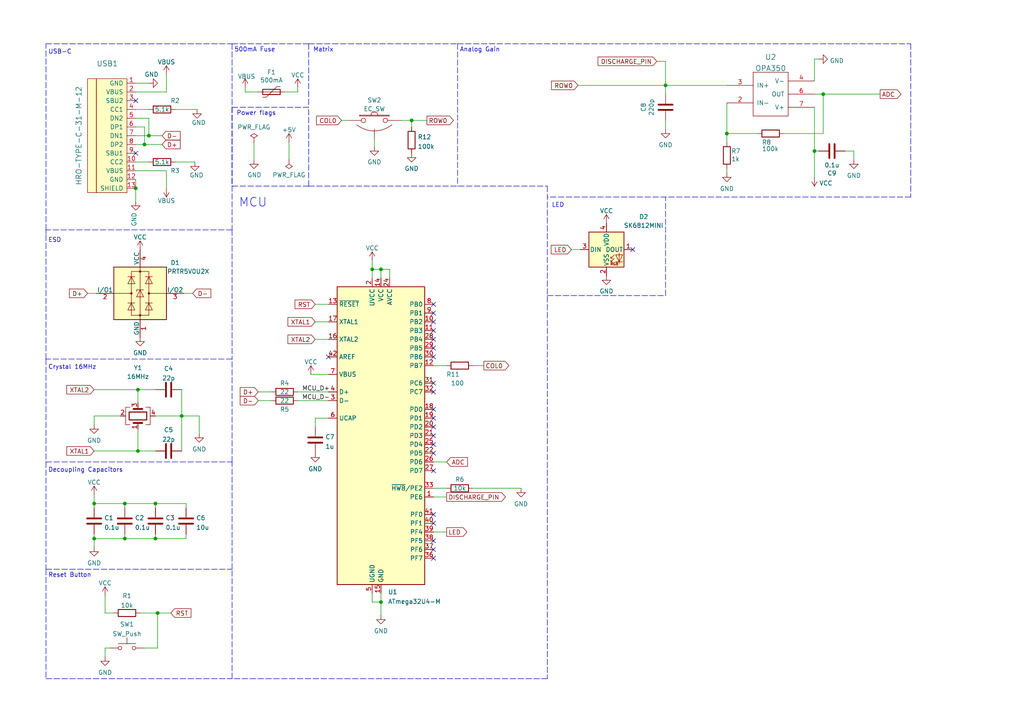
<source format=kicad_sch>
(kicad_sch (version 20211123) (generator eeschema)
  (paper "A4")
  (title_block (title "is0Topre") (date "2022-06-02") (rev "1") (company "Cipulot") (comment 2 "PCB by Cipulot"))
  (lib_symbols
    (symbol "Device:C" (pin_numbers hide) (pin_names (offset 0.254))
      (property "Reference" "C" (at 0.635 2.54 0))
      (property "Value" "C" (at 0.635 -2.54 0))
      (symbol "C_0_1"
        (polyline (pts (xy -2.032 -0.762) (xy 2.032 -0.762)) (stroke (width 0.508)))
        (polyline (pts (xy -2.032 0.762) (xy 2.032 0.762)) (stroke (width 0.508)))
      )
      (symbol "C_1_1"
        (pin passive line (at 0 3.81 270) (length 2.794) (name "~") (number "1"))
        (pin passive line (at 0 -3.81 90) (length 2.794) (name "~") (number "2"))
      )
    )
    (symbol "Device:Crystal_GND24" (pin_names (offset 1.016) hide)
      (property "Reference" "Y" (at 3.175 5.08 0))
      (property "Value" "Crystal_GND24" (at 3.175 3.175 0))
      (symbol "Crystal_GND24_0_1"
        (rectangle (start -1.143 2.54) (end 1.143 -2.54) (stroke (width 0.3048)))
        (polyline (pts (xy -2.54 0) (xy -2.032 0)))
        (polyline (pts (xy -2.032 -1.27) (xy -2.032 1.27)) (stroke (width 0.508)))
        (polyline (pts (xy 0 -3.81) (xy 0 -3.556)))
        (polyline (pts (xy 0 3.556) (xy 0 3.81)))
        (polyline (pts (xy 2.032 -1.27) (xy 2.032 1.27)) (stroke (width 0.508)))
        (polyline (pts (xy 2.032 0) (xy 2.54 0)))
        (polyline (pts (xy -2.54 -2.286) (xy -2.54 -3.556) (xy 2.54 -3.556) (xy 2.54 -2.286)))
        (polyline (pts (xy -2.54 2.286) (xy -2.54 3.556) (xy 2.54 3.556) (xy 2.54 2.286)))
      )
      (symbol "Crystal_GND24_1_1"
        (pin passive line (at -3.81 0 0) (length 1.27) (name "1") (number "1"))
        (pin passive line (at 0 5.08 270) (length 1.27) (name "2") (number "2"))
        (pin passive line (at 3.81 0 180) (length 1.27) (name "3") (number "3"))
        (pin passive line (at 0 -5.08 90) (length 1.27) (name "4") (number "4"))
      )
    )
    (symbol "Device:Polyfuse" (pin_numbers hide) (pin_names (offset 0))
      (property "Reference" "F" (at -2.54 0 90))
      (property "Value" "Device_Polyfuse" (at 2.54 0 90))
      (symbol "Polyfuse_0_1"
        (rectangle (start -0.762 2.54) (end 0.762 -2.54) (stroke (width 0.254)))
        (polyline (pts (xy 0 2.54) (xy 0 -2.54)))
        (polyline (pts (xy -1.524 2.54) (xy -1.524 1.524) (xy 1.524 -1.524) (xy 1.524 -2.54)))
      )
      (symbol "Polyfuse_1_1"
        (pin passive line (at 0 3.81 270) (length 1.27) (name "~") (number "1"))
        (pin passive line (at 0 -3.81 90) (length 1.27) (name "~") (number "2"))
      )
    )
    (symbol "Device:R" (pin_numbers hide) (pin_names (offset 0))
      (property "Reference" "R" (at 2.032 0 90))
      (property "Value" "R" (at 0 0 90))
      (symbol "R_0_1"
        (rectangle (start -1.016 -2.54) (end 1.016 2.54) (stroke (width 0.254)))
      )
      (symbol "R_1_1"
        (pin passive line (at 0 3.81 270) (length 1.27) (name "~") (number "1"))
        (pin passive line (at 0 -3.81 90) (length 1.27) (name "~") (number "2"))
      )
    )
    (symbol "MCU_Microchip_ATmega:ATmega32U4-M"
      (property "Reference" "U" (at -12.7 44.45 0))
      (property "Value" "ATmega32U4-M" (at 2.54 -44.45 0))
      (symbol "ATmega32U4-M_0_1"
        (rectangle (start -12.7 -43.18) (end 12.7 43.18) (stroke (width 0.254)) (fill (type background)))
      )
      (symbol "ATmega32U4-M_1_1"
        (pin bidirectional line (at 15.24 -17.78 180) (length 2.54) (name "PE6") (number "1"))
        (pin bidirectional line (at 15.24 33.02 180) (length 2.54) (name "PB2") (number "10"))
        (pin bidirectional line (at 15.24 30.48 180) (length 2.54) (name "PB3") (number "11"))
        (pin bidirectional line (at 15.24 20.32 180) (length 2.54) (name "PB7") (number "12"))
        (pin input line (at -15.24 38.1 0) (length 2.54) (name "~{RESET}") (number "13"))
        (pin power_in line (at 0 45.72 270) (length 2.54) (name "VCC") (number "14"))
        (pin power_in line (at 0 -45.72 90) (length 2.54) (name "GND") (number "15"))
        (pin output line (at -15.24 27.94 0) (length 2.54) (name "XTAL2") (number "16"))
        (pin input line (at -15.24 33.02 0) (length 2.54) (name "XTAL1") (number "17"))
        (pin bidirectional line (at 15.24 7.62 180) (length 2.54) (name "PD0") (number "18"))
        (pin bidirectional line (at 15.24 5.08 180) (length 2.54) (name "PD1") (number "19"))
        (pin power_in line (at -2.54 45.72 270) (length 2.54) (name "UVCC") (number "2"))
        (pin bidirectional line (at 15.24 2.54 180) (length 2.54) (name "PD2") (number "20"))
        (pin bidirectional line (at 15.24 0 180) (length 2.54) (name "PD3") (number "21"))
        (pin bidirectional line (at 15.24 -5.08 180) (length 2.54) (name "PD5") (number "22"))
        (pin passive line (at 0 -45.72 90) (length 2.54) hide (name "GND") (number "23"))
        (pin power_in line (at 2.54 45.72 270) (length 2.54) (name "AVCC") (number "24"))
        (pin bidirectional line (at 15.24 -2.54 180) (length 2.54) (name "PD4") (number "25"))
        (pin bidirectional line (at 15.24 -7.62 180) (length 2.54) (name "PD6") (number "26"))
        (pin bidirectional line (at 15.24 -10.16 180) (length 2.54) (name "PD7") (number "27"))
        (pin bidirectional line (at 15.24 27.94 180) (length 2.54) (name "PB4") (number "28"))
        (pin bidirectional line (at 15.24 25.4 180) (length 2.54) (name "PB5") (number "29"))
        (pin bidirectional line (at -15.24 10.16 0) (length 2.54) (name "D-") (number "3"))
        (pin bidirectional line (at 15.24 22.86 180) (length 2.54) (name "PB6") (number "30"))
        (pin bidirectional line (at 15.24 15.24 180) (length 2.54) (name "PC6") (number "31"))
        (pin bidirectional line (at 15.24 12.7 180) (length 2.54) (name "PC7") (number "32"))
        (pin bidirectional line (at 15.24 -15.24 180) (length 2.54) (name "~{HWB}/PE2") (number "33"))
        (pin passive line (at 0 45.72 270) (length 2.54) hide (name "VCC") (number "34"))
        (pin passive line (at 0 -45.72 90) (length 2.54) hide (name "GND") (number "35"))
        (pin bidirectional line (at 15.24 -35.56 180) (length 2.54) (name "PF7") (number "36"))
        (pin bidirectional line (at 15.24 -33.02 180) (length 2.54) (name "PF6") (number "37"))
        (pin bidirectional line (at 15.24 -30.48 180) (length 2.54) (name "PF5") (number "38"))
        (pin bidirectional line (at 15.24 -27.94 180) (length 2.54) (name "PF4") (number "39"))
        (pin bidirectional line (at -15.24 12.7 0) (length 2.54) (name "D+") (number "4"))
        (pin bidirectional line (at 15.24 -25.4 180) (length 2.54) (name "PF1") (number "40"))
        (pin bidirectional line (at 15.24 -22.86 180) (length 2.54) (name "PF0") (number "41"))
        (pin passive line (at -15.24 22.86 0) (length 2.54) (name "AREF") (number "42"))
        (pin passive line (at 0 -45.72 90) (length 2.54) hide (name "GND") (number "43"))
        (pin passive line (at 2.54 45.72 270) (length 2.54) hide (name "AVCC") (number "44"))
        (pin passive line (at 0 -45.72 90) (length 2.54) hide (name "GND") (number "45"))
        (pin passive line (at -2.54 -45.72 90) (length 2.54) (name "UGND") (number "5"))
        (pin passive line (at -15.24 5.08 0) (length 2.54) (name "UCAP") (number "6"))
        (pin input line (at -15.24 17.78 0) (length 2.54) (name "VBUS") (number "7"))
        (pin bidirectional line (at 15.24 38.1 180) (length 2.54) (name "PB0") (number "8"))
        (pin bidirectional line (at 15.24 35.56 180) (length 2.54) (name "PB1") (number "9"))
      )
    )
    (symbol "Power_Protection:PRTR5V0U2X" (pin_names (offset 0))
      (property "Reference" "D" (at 2.794 8.636 0))
      (property "Value" "PRTR5V0U2X" (at 8.128 -9.398 0))
      (symbol "PRTR5V0U2X_0_1"
        (rectangle (start -7.62 -7.62) (end 7.62 7.62) (stroke (width 0.254)) (fill (type background)))
        (circle (center -2.54 0) (radius 0.254) (fill (type outline)))
        (rectangle (start -2.54 6.35) (end 2.54 -6.35))
        (circle (center 0 -6.35) (radius 0.254) (fill (type outline)))
        (polyline (pts (xy -2.54 0) (xy -7.62 0)))
        (polyline (pts (xy -1.524 -2.794) (xy -3.556 -2.794)))
        (polyline (pts (xy -1.524 4.826) (xy -3.556 4.826)))
        (polyline (pts (xy 0 -7.62) (xy 0 7.62)))
        (polyline (pts (xy 1.524 -2.794) (xy 3.556 -2.794)))
        (polyline (pts (xy 1.524 4.826) (xy 3.556 4.826)))
        (polyline (pts (xy 2.54 0) (xy 7.62 0)))
        (polyline (pts (xy 1.016 1.016) (xy -1.016 1.016) (xy -1.016 0.508)))
        (polyline (pts (xy -3.556 -4.826) (xy -1.524 -4.826) (xy -2.54 -2.794) (xy -3.556 -4.826)))
        (polyline (pts (xy -3.556 2.794) (xy -1.524 2.794) (xy -2.54 4.826) (xy -3.556 2.794)))
        (polyline (pts (xy -1.016 -1.016) (xy 1.016 -1.016) (xy 0 1.016) (xy -1.016 -1.016)))
        (polyline (pts (xy 3.556 -4.826) (xy 1.524 -4.826) (xy 2.54 -2.794) (xy 3.556 -4.826)))
        (polyline (pts (xy 3.556 2.794) (xy 1.524 2.794) (xy 2.54 4.826) (xy 3.556 2.794)))
        (circle (center 0 6.35) (radius 0.254) (fill (type outline)))
        (circle (center 2.54 0) (radius 0.254) (fill (type outline)))
      )
      (symbol "PRTR5V0U2X_1_1"
        (pin passive line (at 0 -12.7 90) (length 5.08) (name "GND") (number "1"))
        (pin passive line (at -12.7 0 0) (length 5.08) (name "I/O1") (number "2"))
        (pin passive line (at 12.7 0 180) (length 5.08) (name "I/O2") (number "3"))
        (pin passive line (at 0 12.7 270) (length 5.08) (name "VCC") (number "4"))
      )
    )
    (symbol "Switch:SW_Push" (pin_numbers hide) (pin_names (offset 1.016) hide)
      (property "Reference" "SW" (at 1.27 2.54 0))
      (property "Value" "SW_Push" (at 0 -1.524 0))
      (symbol "SW_Push_0_1"
        (circle (center -2.032 0) (radius 0.508))
        (polyline (pts (xy 0 1.27) (xy 0 3.048)))
        (polyline (pts (xy 2.54 1.27) (xy -2.54 1.27)))
        (circle (center 2.032 0) (radius 0.508))
        (pin passive line (at -5.08 0 0) (length 2.54) (name "1") (number "1"))
        (pin passive line (at 5.08 0 180) (length 2.54) (name "2") (number "2"))
      )
    )
    (symbol "burrbrown:OPA350" (pin_names (offset 1.016))
      (property "Reference" "U" (at 8.89 -7.62 0))
      (property "Value" "OPA350" (at 5.08 7.62 0))
      (symbol "OPA350_0_1"
        (rectangle (start 0 -6.35) (end 10.16 6.35))
        (pin input line (at -7.62 2.54 0) (length 7.62) (name "IN-") (number "2"))
        (pin input line (at -7.62 -2.54 0) (length 7.62) (name "IN+") (number "3"))
        (pin input line (at 17.78 -3.81 180) (length 7.62) (name "V-") (number "4"))
        (pin input line (at 17.78 0 180) (length 7.62) (name "OUT") (number "6"))
        (pin input line (at 17.78 3.81 180) (length 7.62) (name "V+") (number "7"))
      )
    )
    (symbol "cipulot_parts:EC_SW" (pin_numbers hide) (pin_names (offset 1.016) hide)
      (property "Reference" "SW" (at 3.81 2.794 0))
      (property "Value" "EC_SW" (at -3.81 3.81 0))
      (symbol "EC_SW_0_1"
        (arc (start -5.08 -1.27) (mid 0 -3.052) (end 5.08 -1.27))
        (rectangle (start -4.318 1.27) (end 4.318 1.524))
        (polyline (pts (xy -1.016 1.524) (xy -0.762 2.286) (xy 0.762 2.286) (xy 1.016 1.524)))
        (pin passive inverted (at -7.62 0 0) (length 5.08) (name "1") (number "1"))
        (pin passive inverted (at 7.62 0 180) (length 5.08) (name "2") (number "2"))
      )
      (symbol "EC_SW_1_1"
        (pin input line (at 0 -5.08 90) (length 2.54) (name "SG") (number "3"))
      )
    )
    (symbol "cipulot_parts:HRO-TYPE-C-31-M-12" (pin_names (offset 1.016))
      (property "Reference" "USB" (at -5.08 16.51 0))
      (property "Value" "HRO-TYPE-C-31-M-12" (at -10.16 -1.27 90))
      (symbol "HRO-TYPE-C-31-M-12_0_1"
        (rectangle (start -11.43 15.24) (end -8.89 -17.78) (fill (type background)))
        (rectangle (start 0 -17.78) (end -8.89 15.24) (fill (type background)))
      )
      (symbol "HRO-TYPE-C-31-M-12_1_1"
        (pin input line (at 2.54 13.97 180) (length 2.54) (name "GND") (number "1"))
        (pin input line (at 2.54 -8.89 180) (length 2.54) (name "CC2") (number "10"))
        (pin input line (at 2.54 -11.43 180) (length 2.54) (name "VBUS") (number "11"))
        (pin input line (at 2.54 -13.97 180) (length 2.54) (name "GND") (number "12"))
        (pin input line (at 2.54 -16.51 180) (length 2.54) (name "SHIELD") (number "13"))
        (pin input line (at 2.54 11.43 180) (length 2.54) (name "VBUS") (number "2"))
        (pin input line (at 2.54 8.89 180) (length 2.54) (name "SBU2") (number "3"))
        (pin input line (at 2.54 6.35 180) (length 2.54) (name "CC1") (number "4"))
        (pin input line (at 2.54 3.81 180) (length 2.54) (name "DN2") (number "5"))
        (pin input line (at 2.54 1.27 180) (length 2.54) (name "DP1") (number "6"))
        (pin input line (at 2.54 -1.27 180) (length 2.54) (name "DN1") (number "7"))
        (pin input line (at 2.54 -3.81 180) (length 2.54) (name "DP2") (number "8"))
        (pin input line (at 2.54 -6.35 180) (length 2.54) (name "SBU1") (number "9"))
      )
    )
    (symbol "cipulot_parts:SK6812MINI" (pin_names (offset 0.254))
      (property "Reference" "D" (at 5.08 5.715 0))
      (property "Value" "SK6812MINI" (at 1.27 -5.715 0))
      (symbol "SK6812MINI_0_0"
        (text "RGB" (at 2.286 -4.191 0) (effects (font (size 0.762 0.762))))
      )
      (symbol "SK6812MINI_0_1"
        (polyline (pts (xy 1.27 -3.556) (xy 1.778 -3.556)))
        (polyline (pts (xy 1.27 -2.54) (xy 1.778 -2.54)))
        (polyline (pts (xy 4.699 -3.556) (xy 2.667 -3.556)))
        (polyline (pts (xy 2.286 -2.54) (xy 1.27 -3.556) (xy 1.27 -3.048)))
        (polyline (pts (xy 2.286 -1.524) (xy 1.27 -2.54) (xy 1.27 -2.032)))
        (polyline (pts (xy 3.683 -1.016) (xy 3.683 -3.556) (xy 3.683 -4.064)))
        (polyline (pts (xy 4.699 -1.524) (xy 2.667 -1.524) (xy 3.683 -3.556) (xy 4.699 -1.524)))
        (rectangle (start 5.08 5.08) (end -5.08 -5.08) (stroke (width 0.254)) (fill (type background)))
      )
      (symbol "SK6812MINI_1_1"
        (pin output line (at 7.62 0 180) (length 2.54) (name "DOUT") (number "1"))
        (pin power_in line (at 0 -7.62 90) (length 2.54) (name "VSS") (number "2"))
        (pin input line (at -7.62 0 0) (length 2.54) (name "DIN") (number "3"))
        (pin power_in line (at 0 7.62 270) (length 2.54) (name "VDD") (number "4"))
      )
    )
    (symbol "power:+5V" (power) (pin_names (offset 0))
      (property "Value" "+5V" (at 0 3.556 0))
      (symbol "+5V_0_1"
        (polyline (pts (xy -0.762 1.27) (xy 0 2.54)))
        (polyline (pts (xy 0 0) (xy 0 2.54)))
        (polyline (pts (xy 0 2.54) (xy 0.762 1.27)))
      )
      (symbol "+5V_1_1"
        (pin power_in line (at 0 0 90) (length 0) hide (name "+5V") (number "1"))
      )
    )
    (symbol "power:GND" (power) (pin_names (offset 0))
      (property "Value" "GND" (at 0 -3.81 0))
      (symbol "GND_0_1"
        (polyline (pts (xy 0 0) (xy 0 -1.27) (xy 1.27 -1.27) (xy 0 -2.54) (xy -1.27 -1.27) (xy 0 -1.27)))
      )
      (symbol "GND_1_1"
        (pin power_in line (at 0 0 270) (length 0) hide (name "GND") (number "1"))
      )
    )
    (symbol "power:PWR_FLAG" (power) (pin_numbers hide) (pin_names (offset 0) hide)
      (property "Value" "PWR_FLAG" (at 0 3.81 0))
      (symbol "PWR_FLAG_0_0"
        (pin power_out line (at 0 0 90) (length 0) (name "pwr") (number "1"))
      )
      (symbol "PWR_FLAG_0_1"
        (polyline (pts (xy 0 0) (xy 0 1.27) (xy -1.016 1.905) (xy 0 2.54) (xy 1.016 1.905) (xy 0 1.27)))
      )
    )
    (symbol "power:VBUS" (power) (pin_names (offset 0))
      (property "Value" "VBUS" (at 0 3.81 0))
      (symbol "VBUS_0_1"
        (polyline (pts (xy -0.762 1.27) (xy 0 2.54)))
        (polyline (pts (xy 0 0) (xy 0 2.54)))
        (polyline (pts (xy 0 2.54) (xy 0.762 1.27)))
      )
      (symbol "VBUS_1_1"
        (pin power_in line (at 0 0 90) (length 0) hide (name "VBUS") (number "1"))
      )
    )
    (symbol "power:VCC" (power) (pin_names (offset 0))
      (property "Value" "VCC" (at 0 3.81 0))
      (symbol "VCC_0_1"
        (polyline (pts (xy -0.762 1.27) (xy 0 2.54)))
        (polyline (pts (xy 0 0) (xy 0 2.54)))
        (polyline (pts (xy 0 2.54) (xy 0.762 1.27)))
      )
      (symbol "VCC_1_1"
        (pin power_in line (at 0 0 90) (length 0) hide (name "VCC") (number "1"))
      )
    )
  )
  (junction (at 41.91 41.91))
  (junction (at 36.195 156.21))
  (junction (at 40.005 130.81))
  (junction (at 52.705 120.65))
  (junction (at 45.72 177.8))
  (junction (at 210.82 38.735))
  (junction (at 119.38 34.925))
  (junction (at 39.37 54.61))
  (junction (at 193.04 24.765))
  (junction (at 27.305 146.05))
  (junction (at 107.95 78.105))
  (junction (at 45.085 156.21))
  (junction (at 27.305 156.21))
  (junction (at 238.76 27.305))
  (junction (at 40.005 113.03))
  (junction (at 110.49 78.105))
  (junction (at 110.49 174.625))
  (junction (at 236.22 43.815))
  (junction (at 45.085 146.05))
  (junction (at 43.18 39.37))
  (junction (at 36.195 146.05))
  (no_connect (at 39.37 44.45))
  (no_connect (at 39.37 29.21))
  (no_connect (at 95.25 103.505))
  (no_connect (at 183.515 72.39))
  (no_connect (at 125.73 161.925))
  (no_connect (at 125.73 159.385))
  (no_connect (at 125.73 156.845))
  (no_connect (at 125.73 151.765))
  (no_connect (at 125.73 149.225))
  (no_connect (at 125.73 100.965))
  (no_connect (at 125.73 103.505))
  (no_connect (at 125.73 136.525))
  (no_connect (at 125.73 123.825))
  (no_connect (at 125.73 126.365))
  (no_connect (at 125.73 128.905))
  (no_connect (at 125.73 131.445))
  (no_connect (at 125.73 111.125))
  (no_connect (at 125.73 113.665))
  (no_connect (at 125.73 118.745))
  (no_connect (at 125.73 121.285))
  (no_connect (at 125.73 88.265))
  (no_connect (at 125.73 90.805))
  (no_connect (at 125.73 93.345))
  (no_connect (at 125.73 95.885))
  (no_connect (at 125.73 98.425))
  (wire (pts (xy 43.18 39.37) (xy 46.99 39.37)))
  (wire (pts (xy 125.73 144.145) (xy 129.54 144.145)))
  (wire (pts (xy 91.44 93.345) (xy 95.25 93.345)))
  (polyline (pts (xy 13.335 12.7) (xy 67.31 12.7)))
  (wire (pts (xy 193.04 27.305) (xy 193.04 24.765)))
  (polyline (pts (xy 132.715 12.7) (xy 132.715 53.975)))
  (polyline (pts (xy 132.715 12.7) (xy 264.16 12.7)))
  (wire (pts (xy 40.005 113.03) (xy 45.085 113.03)))
  (wire (pts (xy 27.305 130.81) (xy 40.005 130.81)))
  (wire (pts (xy 41.91 41.91) (xy 46.99 41.91)))
  (wire (pts (xy 238.76 38.735) (xy 238.76 27.305)))
  (wire (pts (xy 27.305 146.05) (xy 27.305 147.32)))
  (wire (pts (xy 39.37 49.53) (xy 48.26 49.53)))
  (wire (pts (xy 210.82 38.735) (xy 210.82 41.275)))
  (wire (pts (xy 107.95 75.565) (xy 107.95 78.105)))
  (wire (pts (xy 30.48 172.72) (xy 30.48 177.8)))
  (wire (pts (xy 227.33 38.735) (xy 238.76 38.735)))
  (wire (pts (xy 27.305 154.94) (xy 27.305 156.21)))
  (wire (pts (xy 90.17 108.585) (xy 95.25 108.585)))
  (wire (pts (xy 40.005 124.46) (xy 40.005 130.81)))
  (polyline (pts (xy 264.16 12.7) (xy 264.16 57.15)))
  (polyline (pts (xy 67.31 31.115) (xy 89.535 31.115)))
  (wire (pts (xy 86.36 25.4) (xy 86.36 26.67)))
  (wire (pts (xy 45.085 146.05) (xy 45.085 147.32)))
  (wire (pts (xy 40.005 113.03) (xy 40.005 116.84)))
  (wire (pts (xy 36.195 154.94) (xy 36.195 156.21)))
  (wire (pts (xy 91.44 88.265) (xy 95.25 88.265)))
  (polyline (pts (xy 13.335 133.985) (xy 67.31 133.985)))
  (wire (pts (xy 116.205 34.925) (xy 119.38 34.925)))
  (wire (pts (xy 193.04 17.78) (xy 193.04 24.765)))
  (polyline (pts (xy 158.75 85.725) (xy 193.04 85.725)))
  (wire (pts (xy 110.49 78.105) (xy 110.49 80.645)))
  (wire (pts (xy 40.005 130.81) (xy 45.085 130.81)))
  (wire (pts (xy 52.705 113.03) (xy 52.705 120.65)))
  (wire (pts (xy 45.72 177.8) (xy 45.72 187.96)))
  (wire (pts (xy 48.26 49.53) (xy 48.26 54.61)))
  (wire (pts (xy 45.085 156.21) (xy 36.195 156.21)))
  (wire (pts (xy 53.975 147.32) (xy 53.975 146.05)))
  (wire (pts (xy 40.64 177.8) (xy 45.72 177.8)))
  (wire (pts (xy 119.38 34.925) (xy 119.38 36.83)))
  (wire (pts (xy 50.8 46.99) (xy 56.515 46.99)))
  (wire (pts (xy 210.82 29.845) (xy 210.82 38.735)))
  (wire (pts (xy 73.66 41.275) (xy 73.66 46.355)))
  (wire (pts (xy 53.975 146.05) (xy 45.085 146.05)))
  (wire (pts (xy 190.5 17.78) (xy 193.04 17.78)))
  (polyline (pts (xy 67.31 53.975) (xy 89.535 53.975)))
  (wire (pts (xy 91.44 123.825) (xy 91.44 121.285)))
  (polyline (pts (xy 13.335 165.1) (xy 67.31 165.1)))
  (polyline (pts (xy 13.335 66.675) (xy 13.335 67.945)))
  (polyline (pts (xy 67.31 12.7) (xy 89.535 12.7)))
  (wire (pts (xy 25.4 85.09) (xy 27.94 85.09)))
  (polyline (pts (xy 13.335 66.675) (xy 13.335 12.7)))
  (wire (pts (xy 125.73 133.985) (xy 129.54 133.985)))
  (wire (pts (xy 108.585 40.005) (xy 108.585 42.545)))
  (polyline (pts (xy 13.335 104.14) (xy 13.335 133.985)))
  (wire (pts (xy 39.37 39.37) (xy 43.18 39.37)))
  (polyline (pts (xy 67.31 165.1) (xy 67.31 133.985)))
  (wire (pts (xy 110.49 172.085) (xy 110.49 174.625)))
  (wire (pts (xy 39.37 52.07) (xy 39.37 54.61)))
  (wire (pts (xy 167.64 24.765) (xy 193.04 24.765)))
  (polyline (pts (xy 89.535 53.975) (xy 158.75 53.975)))
  (wire (pts (xy 71.12 25.4) (xy 71.12 26.67)))
  (wire (pts (xy 39.37 41.91) (xy 41.91 41.91)))
  (polyline (pts (xy 158.75 53.975) (xy 158.75 196.85)))
  (wire (pts (xy 110.49 174.625) (xy 110.49 178.435)))
  (polyline (pts (xy 67.31 12.7) (xy 67.31 66.675)))
  (wire (pts (xy 27.305 146.05) (xy 27.305 143.51)))
  (wire (pts (xy 36.195 156.21) (xy 27.305 156.21)))
  (wire (pts (xy 236.22 51.435) (xy 236.22 43.815)))
  (wire (pts (xy 27.305 156.21) (xy 27.305 158.75)))
  (wire (pts (xy 41.91 36.83) (xy 41.91 41.91)))
  (wire (pts (xy 27.305 123.19) (xy 27.305 120.65)))
  (polyline (pts (xy 67.31 66.675) (xy 67.31 104.14)))
  (wire (pts (xy 30.48 177.8) (xy 33.02 177.8)))
  (wire (pts (xy 83.82 41.275) (xy 83.82 46.355)))
  (wire (pts (xy 74.93 113.665) (xy 78.74 113.665)))
  (wire (pts (xy 193.04 34.925) (xy 193.04 37.465)))
  (polyline (pts (xy 67.31 196.85) (xy 67.31 165.1)))
  (wire (pts (xy 39.37 31.75) (xy 43.18 31.75)))
  (wire (pts (xy 119.38 34.925) (xy 123.825 34.925)))
  (wire (pts (xy 245.11 43.815) (xy 247.65 43.815)))
  (wire (pts (xy 52.705 120.65) (xy 52.705 130.81)))
  (wire (pts (xy 113.03 78.105) (xy 110.49 78.105)))
  (wire (pts (xy 238.76 27.305) (xy 255.27 27.305)))
  (wire (pts (xy 27.305 120.65) (xy 34.925 120.65)))
  (wire (pts (xy 53.34 85.09) (xy 55.88 85.09)))
  (polyline (pts (xy 13.335 165.1) (xy 13.335 196.85)))
  (wire (pts (xy 39.37 24.13) (xy 43.18 24.13)))
  (wire (pts (xy 237.49 43.815) (xy 236.22 43.815)))
  (wire (pts (xy 53.975 154.94) (xy 53.975 156.21)))
  (wire (pts (xy 91.44 98.425) (xy 95.25 98.425)))
  (wire (pts (xy 247.65 43.815) (xy 247.65 46.355)))
  (wire (pts (xy 238.76 27.305) (xy 236.22 27.305)))
  (wire (pts (xy 74.93 116.205) (xy 78.74 116.205)))
  (polyline (pts (xy 89.535 12.7) (xy 89.535 31.115)))
  (polyline (pts (xy 158.75 196.85) (xy 67.31 196.85)))
  (wire (pts (xy 57.785 120.65) (xy 57.785 125.73)))
  (polyline (pts (xy 89.535 12.7) (xy 132.715 12.7)))
  (wire (pts (xy 210.82 48.895) (xy 210.82 50.165)))
  (wire (pts (xy 137.16 106.045) (xy 140.335 106.045)))
  (polyline (pts (xy 67.31 104.14) (xy 13.335 104.14)))
  (wire (pts (xy 107.95 174.625) (xy 110.49 174.625)))
  (wire (pts (xy 137.16 141.605) (xy 151.13 141.605)))
  (polyline (pts (xy 13.335 133.985) (xy 13.335 165.1)))
  (wire (pts (xy 45.72 177.8) (xy 49.53 177.8)))
  (wire (pts (xy 86.36 116.205) (xy 95.25 116.205)))
  (wire (pts (xy 36.195 146.05) (xy 27.305 146.05)))
  (wire (pts (xy 86.36 26.67) (xy 82.55 26.67)))
  (wire (pts (xy 45.72 187.96) (xy 41.91 187.96)))
  (polyline (pts (xy 13.335 104.14) (xy 13.335 67.945)))
  (wire (pts (xy 99.06 34.925) (xy 100.965 34.925)))
  (wire (pts (xy 74.93 26.67) (xy 71.12 26.67)))
  (wire (pts (xy 236.22 17.145) (xy 237.49 17.145)))
  (polyline (pts (xy 264.16 57.15) (xy 158.75 57.15)))
  (wire (pts (xy 107.95 78.105) (xy 107.95 80.645)))
  (wire (pts (xy 107.95 172.085) (xy 107.95 174.625)))
  (wire (pts (xy 45.085 146.05) (xy 36.195 146.05)))
  (wire (pts (xy 236.22 31.115) (xy 236.22 43.815)))
  (wire (pts (xy 210.82 38.735) (xy 219.71 38.735)))
  (wire (pts (xy 165.735 72.39) (xy 168.275 72.39)))
  (wire (pts (xy 43.18 34.29) (xy 43.18 39.37)))
  (polyline (pts (xy 13.335 196.85) (xy 67.31 196.85)))
  (wire (pts (xy 45.085 120.65) (xy 52.705 120.65)))
  (wire (pts (xy 86.36 113.665) (xy 95.25 113.665)))
  (wire (pts (xy 125.73 154.305) (xy 129.54 154.305)))
  (wire (pts (xy 36.195 146.05) (xy 36.195 147.32)))
  (wire (pts (xy 39.37 36.83) (xy 41.91 36.83)))
  (wire (pts (xy 113.03 80.645) (xy 113.03 78.105)))
  (wire (pts (xy 27.305 113.03) (xy 40.005 113.03)))
  (wire (pts (xy 53.975 156.21) (xy 45.085 156.21)))
  (wire (pts (xy 125.73 106.045) (xy 129.54 106.045)))
  (polyline (pts (xy 67.31 133.985) (xy 67.31 104.14)))
  (polyline (pts (xy 193.04 85.725) (xy 193.04 57.15)))
  (polyline (pts (xy 89.535 53.975) (xy 89.535 31.115)))
  (wire (pts (xy 48.26 26.67) (xy 48.26 21.59)))
  (wire (pts (xy 193.04 24.765) (xy 210.82 24.765)))
  (wire (pts (xy 125.73 141.605) (xy 129.54 141.605)))
  (wire (pts (xy 39.37 46.99) (xy 43.18 46.99)))
  (wire (pts (xy 39.37 26.67) (xy 48.26 26.67)))
  (wire (pts (xy 30.48 187.96) (xy 31.75 187.96)))
  (polyline (pts (xy 67.31 31.115) (xy 67.31 53.975)))
  (wire (pts (xy 52.705 120.65) (xy 57.785 120.65)))
  (wire (pts (xy 39.37 34.29) (xy 43.18 34.29)))
  (polyline (pts (xy 67.31 66.675) (xy 13.335 66.675)))
  (wire (pts (xy 236.22 23.495) (xy 236.22 17.145)))
  (wire (pts (xy 91.44 121.285) (xy 95.25 121.285)))
  (wire (pts (xy 110.49 78.105) (xy 107.95 78.105)))
  (wire (pts (xy 45.085 154.94) (xy 45.085 156.21)))
  (wire (pts (xy 39.37 54.61) (xy 39.37 58.42)))
  (wire (pts (xy 50.8 31.75) (xy 57.15 31.75)))
  (wire (pts (xy 30.48 190.5) (xy 30.48 187.96)))
  (text "USB-C\n" (at 13.97 15.875 0) (effects (font (size 1.27 1.27)) (justify left bottom)))
  (text "Analog Gain" (at 133.35 15.24 0) (effects (font (size 1.27 1.27)) (justify left bottom)))
  (text "LED\n" (at 160.02 60.325 0) (effects (font (size 1.27 1.27)) (justify left bottom)))
  (text "500mA Fuse\n" (at 67.945 15.24 0) (effects (font (size 1.27 1.27)) (justify left bottom)))
  (text "MCU" (at 69.215 60.325 0) (effects (font (size 2.54 2.54)) (justify left bottom)))
  (text "Decoupling Capacitors\n" (at 13.97 137.16 0) (effects (font (size 1.27 1.27)) (justify left bottom)))
  (text "Power flags\n" (at 68.58 33.655 0) (effects (font (size 1.27 1.27)) (justify left bottom)))
  (text "Matrix\n" (at 90.805 15.24 0) (effects (font (size 1.27 1.27)) (justify left bottom)))
  (text "Crystal 16MHz\n" (at 13.97 107.315 0) (effects (font (size 1.27 1.27)) (justify left bottom)))
  (text "ESD\n" (at 13.97 70.485 0) (effects (font (size 1.27 1.27)) (justify left bottom)))
  (text "Reset Button\n" (at 13.97 167.64 0) (effects (font (size 1.27 1.27)) (justify left bottom)))
  (label "MCU_D+" (at 87.63 113.665 0))
  (label "MCU_D-" (at 87.63 116.205 0))
  (global_label "XTAL1" (shape input) (at 27.305 130.81 180) (property "Intersheet References" "${INTERSHEET_REFS}" (effects hide)))
  (global_label "D-" (shape input) (at 55.88 85.09 0) (property "Intersheet References" "${INTERSHEET_REFS}" (effects hide)))
  (global_label "D+" (shape input) (at 25.4 85.09 180) (property "Intersheet References" "${INTERSHEET_REFS}" (effects hide)))
  (global_label "ROW0" (shape input) (at 167.64 24.765 180) (property "Intersheet References" "${INTERSHEET_REFS}" (effects hide)))
  (global_label "RST" (shape input) (at 49.53 177.8 0) (property "Intersheet References" "${INTERSHEET_REFS}" (effects hide)))
  (global_label "D-" (shape input) (at 46.99 39.37 0) (property "Intersheet References" "${INTERSHEET_REFS}" (effects hide)))
  (global_label "RST" (shape input) (at 91.44 88.265 180) (property "Intersheet References" "${INTERSHEET_REFS}" (effects hide)))
  (global_label "D+" (shape input) (at 74.93 113.665 180) (property "Intersheet References" "${INTERSHEET_REFS}" (effects hide)))
  (global_label "ADC" (shape output) (at 255.27 27.305 0) (property "Intersheet References" "${INTERSHEET_REFS}" (effects hide)))
  (global_label "XTAL2" (shape input) (at 91.44 98.425 180) (property "Intersheet References" "${INTERSHEET_REFS}" (effects hide)))
  (global_label "LED" (shape output) (at 129.54 154.305 0) (property "Intersheet References" "${INTERSHEET_REFS}" (effects hide)))
  (global_label "XTAL1" (shape input) (at 91.44 93.345 180) (property "Intersheet References" "${INTERSHEET_REFS}" (effects hide)))
  (global_label "XTAL2" (shape input) (at 27.305 113.03 180) (property "Intersheet References" "${INTERSHEET_REFS}" (effects hide)))
  (global_label "ROW0" (shape output) (at 123.825 34.925 0) (property "Intersheet References" "${INTERSHEET_REFS}" (effects hide)))
  (global_label "DISCHARGE_PIN" (shape input) (at 190.5 17.78 180) (property "Intersheet References" "${INTERSHEET_REFS}" (effects hide)))
  (global_label "COL0" (shape input) (at 99.06 34.925 180) (property "Intersheet References" "${INTERSHEET_REFS}" (effects hide)))
  (global_label "COL0" (shape output) (at 140.335 106.045 0) (property "Intersheet References" "${INTERSHEET_REFS}" (effects hide)))
  (global_label "LED" (shape input) (at 165.735 72.39 180) (property "Intersheet References" "${INTERSHEET_REFS}" (effects hide)))
  (global_label "DISCHARGE_PIN" (shape output) (at 129.54 144.145 0) (property "Intersheet References" "${INTERSHEET_REFS}" (effects hide)))
  (global_label "D+" (shape input) (at 46.99 41.91 0) (property "Intersheet References" "${INTERSHEET_REFS}" (effects hide)))
  (global_label "ADC" (shape input) (at 129.54 133.985 0) (property "Intersheet References" "${INTERSHEET_REFS}" (effects hide)))
  (global_label "D-" (shape input) (at 74.93 116.205 180) (property "Intersheet References" "${INTERSHEET_REFS}" (effects hide)))
  (symbol (lib_id "power:GND") (at 110.49 178.435 0) (unit 1)
    (property "Reference" "#PWR022" (effects hide))
    (property "Value" "GND" (at 110.49 182.9975 0))
  )
  (symbol (lib_id "power:GND") (at 119.38 44.45 0) (unit 1)
    (property "Reference" "#PWR027" (effects hide))
    (property "Value" "GND" (at 119.38 48.8934 0))
  )
  (symbol (lib_id "power:GND") (at 108.585 42.545 0) (unit 1)
    (property "Reference" "#PWR0101" (effects hide))
    (property "Value" "GND" (at 108.585 46.9884 0))
  )
  (symbol (lib_id "power:VCC") (at 107.95 75.565 0) (unit 1)
    (property "Reference" "#PWR021" (effects hide))
    (property "Value" "VCC" (at 107.95 71.9605 0))
  )
  (symbol (lib_id "power:GND") (at 210.82 50.165 0) (unit 1)
    (property "Reference" "#PWR024" (effects hide))
    (property "Value" "GND" (at 210.82 54.7275 0))
  )
  (symbol (lib_id "Device:R") (at 119.38 40.64 180) (unit 1)
    (property "Reference" "R12" (at 121.158 39.7315 0) (effects (justify right)))
    (property "Value" "100k" (at 121.158 42.5066 0) (effects (justify right)))
    (property "Footprint" "Resistor_SMD:R_0603_1608Metric" (effects hide))
  )
  (symbol (lib_id "power:GND") (at 151.13 141.605 0) (unit 1)
    (property "Reference" "#PWR023" (effects hide))
    (property "Value" "GND" (at 151.13 146.1675 0))
  )
  (symbol (lib_id "Power_Protection:PRTR5V0U2X") (at 40.64 85.09 0) (unit 1)
    (property "Reference" "D1" (at 50.8 76.2 0))
    (property "Value" "PRTR5V0U2X" (at 54.61 78.74 0))
    (property "Footprint" "Package_TO_SOT_SMD:SOT-143" (effects hide))
    (property "Datasheet" "https://assets.nexperia.com/documents/data-sheet/PRTR5V0U2X.pdf" (effects hide))
  )
  (symbol (lib_id "Device:R") (at 82.55 116.205 90) (unit 1)
    (property "Reference" "R5" (at 82.55 118.745 90))
    (property "Value" "22" (at 82.55 116.205 90))
    (property "Footprint" "Resistor_SMD:R_0603_1608Metric" (effects hide))
  )
  (symbol (lib_id "power:GND") (at 175.895 80.01 0) (unit 1)
    (property "Reference" "#PWR030" (effects hide))
    (property "Value" "GND" (at 175.895 84.4534 0))
  )
  (symbol (lib_id "Device:R") (at 133.35 106.045 270) (unit 1)
    (property "Reference" "R11" (at 133.35 108.585 90) (effects (justify right)))
    (property "Value" "100" (at 134.62 111.125 90) (effects (justify right)))
    (property "Footprint" "Resistor_SMD:R_0603_1608Metric" (effects hide))
  )
  (symbol (lib_id "Device:C") (at 91.44 127.635 0) (unit 1)
    (property "Reference" "C7" (at 94.361 126.7265 0) (effects (justify left)))
    (property "Value" "1u" (at 94.361 129.5016 0) (effects (justify left)))
    (property "Footprint" "Capacitor_SMD:C_0603_1608Metric" (effects hide))
  )
  (symbol (lib_id "power:VCC") (at 30.48 172.72 0) (unit 1)
    (property "Reference" "#PWR04" (effects hide))
    (property "Value" "VCC" (at 30.48 169.1155 0))
  )
  (symbol (lib_id "power:VBUS") (at 71.12 25.4 0) (unit 1)
    (property "Reference" "#PWR015" (effects hide))
    (property "Value" "VBUS" (at 71.501 22.1742 0))
  )
  (symbol (lib_id "power:VCC") (at 236.22 51.435 180) (unit 1)
    (property "Reference" "#PWR0102" (effects hide))
    (property "Value" "VCC" (at 237.617 53.1388 0) (effects (justify right)))
  )
  (symbol (lib_id "power:GND") (at 27.305 123.19 0) (unit 1)
    (property "Reference" "#PWR01" (effects hide))
    (property "Value" "GND" (at 27.305 127.7525 0))
  )
  (symbol (lib_id "power:GND") (at 237.49 17.145 90) (unit 1)
    (property "Reference" "#PWR028" (effects hide))
    (property "Value" "GND" (at 240.665 17.624 90) (effects (justify right)))
  )
  (symbol (lib_id "Device:C") (at 45.085 151.13 0) (unit 1)
    (property "Reference" "C3" (at 48.006 150.2215 0) (effects (justify left)))
    (property "Value" "0.1u" (at 48.006 152.9966 0) (effects (justify left)))
    (property "Footprint" "Capacitor_SMD:C_0603_1608Metric" (effects hide))
  )
  (symbol (lib_id "power:GND") (at 56.515 46.99 0) (unit 1)
    (property "Reference" "#PWR012" (effects hide))
    (property "Value" "GND" (at 59.055 50.8 0) (effects (justify right)))
  )
  (symbol (lib_id "power:VCC") (at 90.17 108.585 0) (unit 1)
    (property "Reference" "#PWR019" (effects hide))
    (property "Value" "VCC" (at 90.17 104.9805 0))
  )
  (symbol (lib_id "burrbrown:OPA350") (at 218.44 27.305 0) (mirror x) (unit 1)
    (property "Reference" "U2" (at 223.52 16.5511 0) (effects (font (size 1.524 1.524))))
    (property "Value" "OPA350" (at 223.52 19.8301 0) (effects (font (size 1.524 1.524))))
    (property "Footprint" "Package_SO:SOIC-8_3.9x4.9mm_P1.27mm" (effects hide))
  )
  (symbol (lib_id "power:VCC") (at 86.36 25.4 0) (unit 1)
    (property "Reference" "#PWR018" (effects hide))
    (property "Value" "VCC" (at 86.36 21.7955 0))
  )
  (symbol (lib_id "Device:R") (at 82.55 113.665 90) (unit 1)
    (property "Reference" "R4" (at 82.55 111.125 90))
    (property "Value" "22" (at 82.55 113.665 90))
    (property "Footprint" "Resistor_SMD:R_0603_1608Metric" (effects hide))
  )
  (symbol (lib_id "Device:R") (at 46.99 31.75 270) (unit 1)
    (property "Reference" "R2" (at 50.8 29.21 90))
    (property "Value" "5.1k" (at 46.99 31.75 90))
    (property "Footprint" "Resistor_SMD:R_0603_1608Metric" (effects hide))
  )
  (symbol (lib_id "power:PWR_FLAG") (at 83.82 46.355 180) (unit 1)
    (property "Reference" "#FLG02" (effects hide))
    (property "Value" "PWR_FLAG" (at 83.82 50.7492 0))
  )
  (symbol (lib_id "Device:C") (at 241.3 43.815 270) (mirror x) (unit 1)
    (property "Reference" "C9" (at 241.3 50.2158 90))
    (property "Value" "0.1u" (at 241.3 47.9044 90))
    (property "Footprint" "Capacitor_SMD:C_0603_1608Metric" (effects hide))
  )
  (symbol (lib_id "power:GND") (at 27.305 158.75 0) (unit 1)
    (property "Reference" "#PWR03" (effects hide))
    (property "Value" "GND" (at 27.305 163.3125 0))
  )
  (symbol (lib_id "power:GND") (at 247.65 46.355 0) (unit 1)
    (property "Reference" "#PWR029" (effects hide))
    (property "Value" "GND" (at 247.65 50.9175 0))
  )
  (symbol (lib_id "power:GND") (at 57.15 31.75 0) (unit 1)
    (property "Reference" "#PWR013" (effects hide))
    (property "Value" "GND" (at 59.69 35.56 0) (effects (justify right)))
  )
  (symbol (lib_id "Device:Polyfuse") (at 78.74 26.67 270) (unit 1)
    (property "Reference" "F1" (at 78.74 20.955 90))
    (property "Value" "500mA" (at 78.74 23.2664 90))
    (property "Footprint" "Fuse:Fuse_1206_3216Metric" (effects hide))
    (property "LCSC Part #" "C70076" (effects hide))
  )
  (symbol (lib_id "power:GND") (at 91.44 131.445 0) (unit 1)
    (property "Reference" "#PWR020" (effects hide))
    (property "Value" "GND" (at 91.44 136.0075 0))
  )
  (symbol (lib_id "Device:R") (at 133.35 141.605 90) (unit 1)
    (property "Reference" "R6" (at 133.35 139.065 90))
    (property "Value" "10k" (at 133.35 141.605 90))
    (property "Footprint" "Resistor_SMD:R_0603_1608Metric" (effects hide))
  )
  (symbol (lib_id "Device:Crystal_GND24") (at 40.005 120.65 90) (unit 1)
    (property "Reference" "Y1" (at 40.005 106.68 90))
    (property "Value" "16MHz" (at 40.005 109.22 90))
    (property "Footprint" "cipulot_parts:Crystal_SMD_3225-4pin_3.2x2.5mm" (effects hide))
    (property "LCSC Part #" "C13738" (effects hide))
  )
  (symbol (lib_id "Switch:SW_Push") (at 36.83 187.96 0) (unit 1)
    (property "Reference" "SW1" (at 36.83 181.0725 0))
    (property "Value" "SW_Push" (at 36.83 183.8476 0))
    (property "Footprint" "cipulot_parts:Jumper-UserFriendly-Small" (effects hide))
  )
  (symbol (lib_id "cipulot_parts:SK6812MINI") (at 175.895 72.39 0) (unit 1)
    (property "Reference" "D2" (at 186.69 62.8681 0))
    (property "Value" "SK6812MINI" (at 186.69 65.405 0))
    (property "Footprint" "LED_SMD:LED_SK6812MINI_PLCC4_3.5x3.5mm_P1.75mm" (effects hide))
  )
  (symbol (lib_id "MCU_Microchip_ATmega:ATmega32U4-M") (at 110.49 126.365 0) (unit 1)
    (property "Reference" "U1" (at 112.5094 171.6945 0) (effects (justify left)))
    (property "Value" "ATmega32U4-M" (at 112.5094 174.4696 0) (effects (justify left)))
    (property "Footprint" "Package_DFN_QFN:QFN-44-1EP_7x7mm_P0.5mm_EP5.2x5.2mm" (effects hide))
    (property "Datasheet" "http://ww1.microchip.com/downloads/en/DeviceDoc/Atmel-7766-8-bit-AVR-ATmega16U4-32U4_Datasheet.pdf" (effects hide))
    (property "LCSC Part #" "C112161" (effects hide))
  )
  (symbol (lib_id "power:GND") (at 43.18 24.13 90) (unit 1)
    (property "Reference" "#PWR09" (effects hide))
    (property "Value" "GND" (at 41.91 21.59 90) (effects (justify right)))
  )
  (symbol (lib_id "Device:R") (at 223.52 38.735 270) (unit 1)
    (property "Reference" "R8" (at 220.98 41.275 90) (effects (justify left)))
    (property "Value" "100k" (at 220.98 43.18 90) (effects (justify left)))
    (property "Footprint" "Resistor_SMD:R_0603_1608Metric" (effects hide))
  )
  (symbol (lib_id "Device:R") (at 210.82 45.085 0) (unit 1)
    (property "Reference" "R7" (at 212.09 43.815 0) (effects (justify left)))
    (property "Value" "1k" (at 212.09 46.1264 0) (effects (justify left)))
    (property "Footprint" "Resistor_SMD:R_0603_1608Metric" (effects hide))
  )
  (symbol (lib_id "power:GND") (at 193.04 37.465 0) (unit 1)
    (property "Reference" "#PWR025" (effects hide))
    (property "Value" "GND" (at 193.04 42.0275 0))
  )
  (symbol (lib_id "cipulot_parts:EC_SW") (at 108.585 34.925 0) (unit 1)
    (property "Reference" "SW2" (at 108.585 29.0662 0))
    (property "Value" "EC_SW" (at 108.585 31.6031 0))
    (property "Footprint" "cipulot_parts:ecs_pad_2U_no_ring" (effects hide))
  )
  (symbol (lib_id "power:VCC") (at 175.895 64.77 0) (unit 1)
    (property "Reference" "#PWR026" (effects hide))
    (property "Value" "VCC" (at 175.895 61.1655 0))
  )
  (symbol (lib_id "power:GND") (at 39.37 58.42 0) (unit 1)
    (property "Reference" "#PWR06" (effects hide))
    (property "Value" "GND" (at 38.891 61.595 90) (effects (justify right)))
  )
  (symbol (lib_id "Device:C") (at 193.04 31.115 0) (unit 1)
    (property "Reference" "C8" (at 186.6392 31.115 90))
    (property "Value" "220p" (at 188.9506 31.115 90))
    (property "Footprint" "Capacitor_SMD:C_0603_1608Metric" (effects hide))
  )
  (symbol (lib_id "power:GND") (at 57.785 125.73 0) (unit 1)
    (property "Reference" "#PWR014" (effects hide))
    (property "Value" "GND" (at 57.785 130.2925 0))
  )
  (symbol (lib_id "cipulot_parts:HRO-TYPE-C-31-M-12") (at 36.83 38.1 0) (unit 1)
    (property "Reference" "USB1" (at 31.115 18.4561 0) (effects (font (size 1.524 1.524))))
    (property "Value" "HRO-TYPE-C-31-M-12" (at 22.86 39.37 90) (effects (font (size 1.524 1.524))))
    (property "Footprint" "cipulot_parts:HRO-TYPE-C-31-M-12-Assembly" (effects hide))
  )
  (symbol (lib_id "Device:C") (at 36.195 151.13 0) (unit 1)
    (property "Reference" "C2" (at 39.116 150.2215 0) (effects (justify left)))
    (property "Value" "0.1u" (at 39.116 152.9966 0) (effects (justify left)))
    (property "Footprint" "Capacitor_SMD:C_0603_1608Metric" (effects hide))
  )
  (symbol (lib_id "Device:C") (at 27.305 151.13 0) (unit 1)
    (property "Reference" "C1" (at 30.226 150.2215 0) (effects (justify left)))
    (property "Value" "0.1u" (at 30.226 152.9966 0) (effects (justify left)))
    (property "Footprint" "Capacitor_SMD:C_0603_1608Metric" (effects hide))
  )
  (symbol (lib_id "power:+5V") (at 83.82 41.275 0) (unit 1)
    (property "Reference" "#PWR017" (effects hide))
    (property "Value" "+5V" (at 83.82 37.6705 0))
  )
  (symbol (lib_id "Device:R") (at 46.99 46.99 90) (unit 1)
    (property "Reference" "R3" (at 50.8 49.53 90))
    (property "Value" "5.1k" (at 46.99 46.99 90))
    (property "Footprint" "Resistor_SMD:R_0603_1608Metric" (effects hide))
  )
  (symbol (lib_id "Device:C") (at 48.895 130.81 270) (unit 1)
    (property "Reference" "C5" (at 48.895 124.6845 90))
    (property "Value" "22p" (at 48.895 127.4596 90))
    (property "Footprint" "Capacitor_SMD:C_0603_1608Metric" (effects hide))
  )
  (symbol (lib_id "power:VBUS") (at 48.26 54.61 180) (unit 1)
    (property "Reference" "#PWR011" (effects hide))
    (property "Value" "VBUS" (at 48.26 58.2145 0))
  )
  (symbol (lib_id "power:VCC") (at 27.305 143.51 0) (unit 1)
    (property "Reference" "#PWR02" (effects hide))
    (property "Value" "VCC" (at 27.305 139.9055 0))
  )
  (symbol (lib_id "power:GND") (at 40.64 97.79 0) (unit 1)
    (property "Reference" "#PWR08" (effects hide))
    (property "Value" "GND" (at 40.64 102.3525 0))
  )
  (symbol (lib_id "Device:C") (at 48.895 113.03 270) (unit 1)
    (property "Reference" "C4" (at 48.895 106.9045 90))
    (property "Value" "22p" (at 48.895 109.6796 90))
    (property "Footprint" "Capacitor_SMD:C_0603_1608Metric" (effects hide))
  )
  (symbol (lib_id "power:VCC") (at 40.64 72.39 0) (unit 1)
    (property "Reference" "#PWR07" (effects hide))
    (property "Value" "VCC" (at 40.64 68.7855 0))
  )
  (symbol (lib_id "Device:R") (at 36.83 177.8 90) (unit 1)
    (property "Reference" "R1" (at 36.83 172.8175 90))
    (property "Value" "10k" (at 36.83 175.5926 90))
    (property "Footprint" "Resistor_SMD:R_0603_1608Metric" (effects hide))
  )
  (symbol (lib_id "power:PWR_FLAG") (at 73.66 41.275 0) (unit 1)
    (property "Reference" "#FLG01" (effects hide))
    (property "Value" "PWR_FLAG" (at 73.66 36.8808 0))
  )
  (symbol (lib_id "power:GND") (at 73.66 46.355 0) (unit 1)
    (property "Reference" "#PWR016" (effects hide))
    (property "Value" "GND" (at 73.787 50.7492 0))
  )
  (symbol (lib_id "Device:C") (at 53.975 151.13 0) (unit 1)
    (property "Reference" "C6" (at 56.896 150.2215 0) (effects (justify left)))
    (property "Value" "10u" (at 56.896 152.9966 0) (effects (justify left)))
    (property "Footprint" "Capacitor_SMD:C_0603_1608Metric" (effects hide))
  )
  (symbol (lib_id "power:GND") (at 30.48 190.5 0) (unit 1)
    (property "Reference" "#PWR05" (effects hide))
    (property "Value" "GND" (at 30.48 195.0625 0))
  )
  (symbol (lib_id "power:VBUS") (at 48.26 21.59 0) (unit 1)
    (property "Reference" "#PWR010" (effects hide))
    (property "Value" "VBUS" (at 48.26 17.9855 0))
  )
)
</source>
